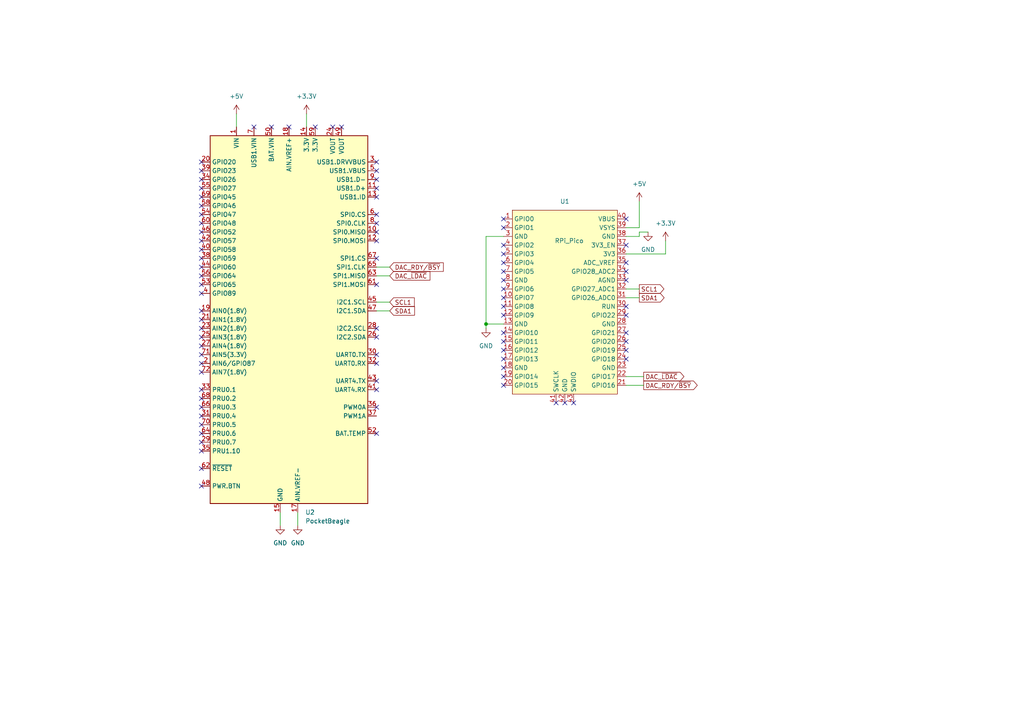
<source format=kicad_sch>
(kicad_sch (version 20230121) (generator eeschema)
  (paper "A4")
  (lib_symbols
    (symbol "MCU_Module:PocketBeagle"
      (property "Reference" "U" (at -22.86 -54.61 0))
      (property "Value" "PocketBeagle" (at 22.86 -54.61 0))
      (symbol "PocketBeagle_0_1"
        (rectangle (start -22.86 53.34) (end 22.86 -53.34) (stroke (width 0.254)) (fill (type background)))
      )
      (symbol "PocketBeagle_1_1"
        (pin power_in line (at -15.24 55.88 270) (length 2.54) (name "VIN") (number "1"))
        (pin bidirectional line (at 25.4 25.4 180) (length 2.54) (name "SPI0.MISO") (number "10"))
        (pin bidirectional line (at 25.4 38.1 180) (length 2.54) (name "USB1.D+") (number "11"))
        (pin bidirectional line (at 25.4 22.86 180) (length 2.54) (name "SPI0.MOSI") (number "12"))
        (pin input line (at 25.4 35.56 180) (length 2.54) (name "USB1.ID") (number "13"))
        (pin power_out line (at 5.08 55.88 270) (length 2.54) (name "3.3V") (number "14"))
        (pin power_in line (at -2.54 -55.88 90) (length 2.54) (name "GND") (number "15"))
        (pin passive line (at -2.54 -55.88 90) (length 2.54) hide (name "GND") (number "16"))
        (pin power_in line (at 2.54 -55.88 90) (length 2.54) (name "AIN.VREF-") (number "17"))
        (pin power_in line (at 0 55.88 270) (length 2.54) (name "AIN.VREF+") (number "18"))
        (pin input line (at -25.4 2.54 0) (length 2.54) (name "AIN0(1.8V)") (number "19"))
        (pin bidirectional line (at -25.4 -12.7 0) (length 2.54) (name "AIN6/GPIO87") (number "2"))
        (pin bidirectional line (at -25.4 45.72 0) (length 2.54) (name "GPIO20") (number "20"))
        (pin input line (at -25.4 0 0) (length 2.54) (name "AIN1(1.8V)") (number "21"))
        (pin passive line (at -2.54 -55.88 90) (length 2.54) hide (name "GND") (number "22"))
        (pin input line (at -25.4 -2.54 0) (length 2.54) (name "AIN2(1.8V)") (number "23"))
        (pin power_out line (at 12.7 55.88 270) (length 2.54) (name "VOUT") (number "24"))
        (pin input line (at -25.4 -5.08 0) (length 2.54) (name "AIN3(1.8V)") (number "25"))
        (pin bidirectional line (at 25.4 -5.08 180) (length 2.54) (name "I2C2.SDA") (number "26"))
        (pin input line (at -25.4 -7.62 0) (length 2.54) (name "AIN4(1.8V)") (number "27"))
        (pin bidirectional line (at 25.4 -2.54 180) (length 2.54) (name "I2C2.SCL") (number "28"))
        (pin bidirectional line (at -25.4 -35.56 0) (length 2.54) (name "PRU0.7") (number "29"))
        (pin output line (at 25.4 45.72 180) (length 2.54) (name "USB1.DRVVBUS") (number "3"))
        (pin bidirectional line (at 25.4 -10.16 180) (length 2.54) (name "UART0.TX") (number "30"))
        (pin bidirectional line (at -25.4 -27.94 0) (length 2.54) (name "PRU0.4") (number "31"))
        (pin bidirectional line (at 25.4 -12.7 180) (length 2.54) (name "UART0.RX") (number "32"))
        (pin bidirectional line (at -25.4 -20.32 0) (length 2.54) (name "PRU0.1") (number "33"))
        (pin bidirectional line (at -25.4 40.64 0) (length 2.54) (name "GPIO26") (number "34"))
        (pin bidirectional line (at -25.4 -38.1 0) (length 2.54) (name "PRU1.10") (number "35"))
        (pin bidirectional line (at 25.4 -25.4 180) (length 2.54) (name "PWM0A") (number "36"))
        (pin bidirectional line (at 25.4 -27.94 180) (length 2.54) (name "PWM1A") (number "37"))
        (pin bidirectional line (at -25.4 17.78 0) (length 2.54) (name "GPIO59") (number "38"))
        (pin bidirectional line (at -25.4 43.18 0) (length 2.54) (name "GPIO23") (number "39"))
        (pin bidirectional line (at -25.4 7.62 0) (length 2.54) (name "GPIO89") (number "4"))
        (pin bidirectional line (at -25.4 20.32 0) (length 2.54) (name "GPIO58") (number "40"))
        (pin bidirectional line (at 25.4 -20.32 180) (length 2.54) (name "UART4.RX") (number "41"))
        (pin bidirectional line (at -25.4 22.86 0) (length 2.54) (name "GPIO57") (number "42"))
        (pin bidirectional line (at 25.4 -17.78 180) (length 2.54) (name "UART4.TX") (number "43"))
        (pin bidirectional line (at -25.4 15.24 0) (length 2.54) (name "GPIO60") (number "44"))
        (pin bidirectional line (at 25.4 5.08 180) (length 2.54) (name "I2C1.SCL") (number "45"))
        (pin bidirectional line (at -25.4 25.4 0) (length 2.54) (name "GPIO52") (number "46"))
        (pin bidirectional line (at 25.4 2.54 180) (length 2.54) (name "I2C1.SDA") (number "47"))
        (pin input line (at -25.4 -48.26 0) (length 2.54) (name "PWR.BTN") (number "48"))
        (pin power_out line (at 15.24 55.88 270) (length 2.54) (name "VOUT") (number "49"))
        (pin input line (at 25.4 43.18 180) (length 2.54) (name "USB1.VBUS") (number "5"))
        (pin power_in line (at -5.08 55.88 270) (length 2.54) (name "BAT.VIN") (number "50"))
        (pin passive line (at -2.54 -55.88 90) (length 2.54) hide (name "GND") (number "51"))
        (pin passive line (at 25.4 -33.02 180) (length 2.54) (name "BAT.TEMP") (number "52"))
        (pin bidirectional line (at -25.4 10.16 0) (length 2.54) (name "GPIO65") (number "53"))
        (pin bidirectional line (at -25.4 30.48 0) (length 2.54) (name "GPIO47") (number "54"))
        (pin bidirectional line (at -25.4 38.1 0) (length 2.54) (name "GPIO27") (number "55"))
        (pin bidirectional line (at -25.4 12.7 0) (length 2.54) (name "GPIO64") (number "56"))
        (pin passive line (at -2.54 -55.88 90) (length 2.54) hide (name "GND") (number "57"))
        (pin bidirectional line (at -25.4 33.02 0) (length 2.54) (name "GPIO46") (number "58"))
        (pin power_out line (at 7.62 55.88 270) (length 2.54) (name "3.3V") (number "59"))
        (pin bidirectional line (at 25.4 30.48 180) (length 2.54) (name "SPI0.CS") (number "6"))
        (pin bidirectional line (at -25.4 27.94 0) (length 2.54) (name "GPIO48") (number "60"))
        (pin bidirectional line (at 25.4 10.16 180) (length 2.54) (name "SPI1.MOSI") (number "61"))
        (pin input line (at -25.4 -43.18 0) (length 2.54) (name "~{RESET}") (number "62"))
        (pin bidirectional line (at 25.4 12.7 180) (length 2.54) (name "SPI1.MISO") (number "63"))
        (pin bidirectional line (at -25.4 -33.02 0) (length 2.54) (name "PRU0.6") (number "64"))
        (pin bidirectional line (at 25.4 15.24 180) (length 2.54) (name "SPI1.CLK") (number "65"))
        (pin bidirectional line (at -25.4 -25.4 0) (length 2.54) (name "PRU0.3") (number "66"))
        (pin bidirectional line (at 25.4 17.78 180) (length 2.54) (name "SPI1.CS") (number "67"))
        (pin bidirectional line (at -25.4 -22.86 0) (length 2.54) (name "PRU0.2") (number "68"))
        (pin bidirectional line (at -25.4 35.56 0) (length 2.54) (name "GPIO45") (number "69"))
        (pin power_in line (at -10.16 55.88 270) (length 2.54) (name "USB1.VIN") (number "7"))
        (pin bidirectional line (at -25.4 -30.48 0) (length 2.54) (name "PRU0.5") (number "70"))
        (pin input line (at -25.4 -10.16 0) (length 2.54) (name "AIN5(3.3V)") (number "71"))
        (pin input line (at -25.4 -15.24 0) (length 2.54) (name "AIN7(1.8V)") (number "72"))
        (pin bidirectional line (at 25.4 27.94 180) (length 2.54) (name "SPI0.CLK") (number "8"))
        (pin bidirectional line (at 25.4 40.64 180) (length 2.54) (name "USB1.D-") (number "9"))
      )
    )
    (symbol "oresat-misc:Raspberry_Pi_Pico"
      (property "Reference" "U" (at 0 27.94 0))
      (property "Value" "RPi_Pico" (at 2.54 17.78 0))
      (symbol "Raspberry_Pi_Pico_0_1"
        (rectangle (start -13.97 26.67) (end 16.51 -26.67) (fill (type background)))
      )
      (symbol "Raspberry_Pi_Pico_1_1"
        (pin bidirectional line (at -16.51 24.13 0) (length 2.54) (name "GPIO0") (number "1"))
        (pin bidirectional line (at -16.51 1.27 0) (length 2.54) (name "GPIO7") (number "10"))
        (pin bidirectional line (at -16.51 -1.27 0) (length 2.54) (name "GPIO8") (number "11"))
        (pin bidirectional line (at -16.51 -3.81 0) (length 2.54) (name "GPIO9") (number "12"))
        (pin power_in line (at -16.51 -6.35 0) (length 2.54) (name "GND") (number "13"))
        (pin bidirectional line (at -16.51 -8.89 0) (length 2.54) (name "GPIO10") (number "14"))
        (pin bidirectional line (at -16.51 -11.43 0) (length 2.54) (name "GPIO11") (number "15"))
        (pin bidirectional line (at -16.51 -13.97 0) (length 2.54) (name "GPIO12") (number "16"))
        (pin bidirectional line (at -16.51 -16.51 0) (length 2.54) (name "GPIO13") (number "17"))
        (pin power_in line (at -16.51 -19.05 0) (length 2.54) (name "GND") (number "18"))
        (pin bidirectional line (at -16.51 -21.59 0) (length 2.54) (name "GPIO14") (number "19"))
        (pin bidirectional line (at -16.51 21.59 0) (length 2.54) (name "GPIO1") (number "2"))
        (pin bidirectional line (at -16.51 -24.13 0) (length 2.54) (name "GPIO15") (number "20"))
        (pin bidirectional line (at 19.05 -24.13 180) (length 2.54) (name "GPIO16") (number "21"))
        (pin bidirectional line (at 19.05 -21.59 180) (length 2.54) (name "GPIO17") (number "22"))
        (pin power_in line (at 19.05 -19.05 180) (length 2.54) (name "GND") (number "23"))
        (pin bidirectional line (at 19.05 -16.51 180) (length 2.54) (name "GPIO18") (number "24"))
        (pin bidirectional line (at 19.05 -13.97 180) (length 2.54) (name "GPIO19") (number "25"))
        (pin bidirectional line (at 19.05 -11.43 180) (length 2.54) (name "GPIO20") (number "26"))
        (pin bidirectional line (at 19.05 -8.89 180) (length 2.54) (name "GPIO21") (number "27"))
        (pin power_in line (at 19.05 -6.35 180) (length 2.54) (name "GND") (number "28"))
        (pin bidirectional line (at 19.05 -3.81 180) (length 2.54) (name "GPIO22") (number "29"))
        (pin power_in line (at -16.51 19.05 0) (length 2.54) (name "GND") (number "3"))
        (pin input line (at 19.05 -1.27 180) (length 2.54) (name "RUN") (number "30"))
        (pin bidirectional line (at 19.05 1.27 180) (length 2.54) (name "GPIO26_ADC0") (number "31"))
        (pin bidirectional line (at 19.05 3.81 180) (length 2.54) (name "GPIO27_ADC1") (number "32"))
        (pin power_in line (at 19.05 6.35 180) (length 2.54) (name "AGND") (number "33"))
        (pin bidirectional line (at 19.05 8.89 180) (length 2.54) (name "GPIO28_ADC2") (number "34"))
        (pin unspecified line (at 19.05 11.43 180) (length 2.54) (name "ADC_VREF") (number "35"))
        (pin unspecified line (at 19.05 13.97 180) (length 2.54) (name "3V3") (number "36"))
        (pin input line (at 19.05 16.51 180) (length 2.54) (name "3V3_EN") (number "37"))
        (pin bidirectional line (at 19.05 19.05 180) (length 2.54) (name "GND") (number "38"))
        (pin unspecified line (at 19.05 21.59 180) (length 2.54) (name "VSYS") (number "39"))
        (pin bidirectional line (at -16.51 16.51 0) (length 2.54) (name "GPIO2") (number "4"))
        (pin unspecified line (at 19.05 24.13 180) (length 2.54) (name "VBUS") (number "40"))
        (pin input line (at -1.27 -29.21 90) (length 2.54) (name "SWCLK") (number "41"))
        (pin power_in line (at 1.27 -29.21 90) (length 2.54) (name "GND") (number "42"))
        (pin bidirectional line (at 3.81 -29.21 90) (length 2.54) (name "SWDIO") (number "43"))
        (pin bidirectional line (at -16.51 13.97 0) (length 2.54) (name "GPIO3") (number "5"))
        (pin bidirectional line (at -16.51 11.43 0) (length 2.54) (name "GPIO4") (number "6"))
        (pin bidirectional line (at -16.51 8.89 0) (length 2.54) (name "GPIO5") (number "7"))
        (pin power_in line (at -16.51 6.35 0) (length 2.54) (name "GND") (number "8"))
        (pin bidirectional line (at -16.51 3.81 0) (length 2.54) (name "GPIO6") (number "9"))
      )
    )
    (symbol "power:+3.3V" (power) (pin_names (offset 0))
      (property "Value" "+3.3V" (at 0 3.556 0))
      (symbol "+3.3V_0_1"
        (polyline (pts (xy -0.762 1.27) (xy 0 2.54)))
        (polyline (pts (xy 0 0) (xy 0 2.54)))
        (polyline (pts (xy 0 2.54) (xy 0.762 1.27)))
      )
      (symbol "+3.3V_1_1"
        (pin power_in line (at 0 0 90) (length 0) hide (name "+3.3V") (number "1"))
      )
    )
    (symbol "power:+5V" (power) (pin_names (offset 0))
      (property "Value" "+5V" (at 0 3.556 0))
      (symbol "+5V_0_1"
        (polyline (pts (xy -0.762 1.27) (xy 0 2.54)))
        (polyline (pts (xy 0 0) (xy 0 2.54)))
        (polyline (pts (xy 0 2.54) (xy 0.762 1.27)))
      )
      (symbol "+5V_1_1"
        (pin power_in line (at 0 0 90) (length 0) hide (name "+5V") (number "1"))
      )
    )
    (symbol "power:GND" (power) (pin_names (offset 0))
      (property "Value" "GND" (at 0 -3.81 0))
      (symbol "GND_0_1"
        (polyline (pts (xy 0 0) (xy 0 -1.27) (xy 1.27 -1.27) (xy 0 -2.54) (xy -1.27 -1.27) (xy 0 -1.27)))
      )
      (symbol "GND_1_1"
        (pin power_in line (at 0 0 270) (length 0) hide (name "GND") (number "1"))
      )
    )
  )
  (junction (at 140.97 93.98))
  (no_connect (at 58.42 77.47))
  (no_connect (at 58.42 72.39))
  (no_connect (at 58.42 107.95))
  (no_connect (at 181.61 96.52))
  (no_connect (at 163.83 116.84))
  (no_connect (at 146.05 91.44))
  (no_connect (at 58.42 102.87))
  (no_connect (at 146.05 86.36))
  (no_connect (at 109.22 46.99))
  (no_connect (at 58.42 46.99))
  (no_connect (at 58.42 135.89))
  (no_connect (at 146.05 63.5))
  (no_connect (at 146.05 81.28))
  (no_connect (at 109.22 62.23))
  (no_connect (at 109.22 110.49))
  (no_connect (at 146.05 101.6))
  (no_connect (at 58.42 115.57))
  (no_connect (at 109.22 95.25))
  (no_connect (at 58.42 67.31))
  (no_connect (at 146.05 76.2))
  (no_connect (at 109.22 69.85))
  (no_connect (at 58.42 52.07))
  (no_connect (at 91.44 36.83))
  (no_connect (at 109.22 113.03))
  (no_connect (at 58.42 95.25))
  (no_connect (at 78.74 36.83))
  (no_connect (at 58.42 82.55))
  (no_connect (at 58.42 113.03))
  (no_connect (at 109.22 125.73))
  (no_connect (at 109.22 67.31))
  (no_connect (at 58.42 62.23))
  (no_connect (at 146.05 88.9))
  (no_connect (at 58.42 105.41))
  (no_connect (at 181.61 88.9))
  (no_connect (at 146.05 104.14))
  (no_connect (at 58.42 49.53))
  (no_connect (at 146.05 96.52))
  (no_connect (at 109.22 49.53))
  (no_connect (at 58.42 118.11))
  (no_connect (at 181.61 91.44))
  (no_connect (at 109.22 54.61))
  (no_connect (at 146.05 71.12))
  (no_connect (at 58.42 92.71))
  (no_connect (at 146.05 99.06))
  (no_connect (at 99.06 36.83))
  (no_connect (at 181.61 78.74))
  (no_connect (at 58.42 80.01))
  (no_connect (at 109.22 97.79))
  (no_connect (at 146.05 111.76))
  (no_connect (at 58.42 59.69))
  (no_connect (at 181.61 81.28))
  (no_connect (at 181.61 104.14))
  (no_connect (at 146.05 106.68))
  (no_connect (at 58.42 74.93))
  (no_connect (at 58.42 90.17))
  (no_connect (at 58.42 100.33))
  (no_connect (at 73.66 36.83))
  (no_connect (at 109.22 102.87))
  (no_connect (at 181.61 63.5))
  (no_connect (at 166.37 116.84))
  (no_connect (at 58.42 85.09))
  (no_connect (at 58.42 123.19))
  (no_connect (at 109.22 74.93))
  (no_connect (at 83.82 36.83))
  (no_connect (at 109.22 57.15))
  (no_connect (at 58.42 130.81))
  (no_connect (at 181.61 99.06))
  (no_connect (at 58.42 69.85))
  (no_connect (at 58.42 97.79))
  (no_connect (at 109.22 52.07))
  (no_connect (at 146.05 83.82))
  (no_connect (at 58.42 125.73))
  (no_connect (at 181.61 101.6))
  (no_connect (at 58.42 128.27))
  (no_connect (at 146.05 66.04))
  (no_connect (at 96.52 36.83))
  (no_connect (at 58.42 57.15))
  (no_connect (at 58.42 64.77))
  (no_connect (at 109.22 82.55))
  (no_connect (at 109.22 64.77))
  (no_connect (at 146.05 78.74))
  (no_connect (at 181.61 71.12))
  (no_connect (at 146.05 73.66))
  (no_connect (at 58.42 54.61))
  (no_connect (at 146.05 109.22))
  (no_connect (at 161.29 116.84))
  (no_connect (at 58.42 120.65))
  (no_connect (at 58.42 140.97))
  (no_connect (at 181.61 76.2))
  (no_connect (at 109.22 118.11))
  (no_connect (at 109.22 105.41))
  (wire (pts (xy 185.42 83.82) (xy 181.61 83.82)))
  (wire (pts (xy 113.03 80.01) (xy 109.22 80.01)))
  (wire (pts (xy 113.03 90.17) (xy 109.22 90.17)))
  (wire (pts (xy 185.42 66.04) (xy 185.42 58.42)))
  (wire (pts (xy 181.61 111.76) (xy 186.69 111.76)))
  (wire (pts (xy 185.42 68.58) (xy 181.61 68.58)))
  (wire (pts (xy 113.03 77.47) (xy 109.22 77.47)))
  (wire (pts (xy 81.28 148.59) (xy 81.28 152.4)))
  (wire (pts (xy 181.61 73.66) (xy 193.04 73.66)))
  (wire (pts (xy 181.61 66.04) (xy 185.42 66.04)))
  (wire (pts (xy 185.42 86.36) (xy 181.61 86.36)))
  (wire (pts (xy 181.61 109.22) (xy 186.69 109.22)))
  (wire (pts (xy 185.42 67.31) (xy 187.96 67.31)))
  (wire (pts (xy 185.42 67.31) (xy 185.42 68.58)))
  (wire (pts (xy 113.03 87.63) (xy 109.22 87.63)))
  (wire (pts (xy 193.04 73.66) (xy 193.04 69.85)))
  (wire (pts (xy 140.97 93.98) (xy 146.05 93.98)))
  (wire (pts (xy 86.36 148.59) (xy 86.36 152.4)))
  (wire (pts (xy 146.05 68.58) (xy 140.97 68.58)))
  (wire (pts (xy 88.9 33.02) (xy 88.9 36.83)))
  (wire (pts (xy 140.97 95.25) (xy 140.97 93.98)))
  (wire (pts (xy 140.97 68.58) (xy 140.97 93.98)))
  (wire (pts (xy 68.58 33.02) (xy 68.58 36.83)))
  (global_label "DAC_~{LDAC}" (shape output) (at 186.69 109.22 0) (property "Intersheetrefs" "${INTERSHEET_REFS}" (effects hide)))
  (global_label "DAC_RDY{slash}~{BSY}" (shape input) (at 113.03 77.47 0) (property "Intersheetrefs" "${INTERSHEET_REFS}" (effects hide)))
  (global_label "SCL1" (shape output) (at 185.42 83.82 0) (property "Intersheetrefs" "${INTERSHEET_REFS}" (effects hide)))
  (global_label "SDA1" (shape input) (at 113.03 90.17 0) (property "Intersheetrefs" "${INTERSHEET_REFS}" (effects hide)))
  (global_label "DAC_RDY{slash}~{BSY}" (shape output) (at 186.69 111.76 0) (property "Intersheetrefs" "${INTERSHEET_REFS}" (effects hide)))
  (global_label "DAC_~{LDAC}" (shape input) (at 113.03 80.01 0) (property "Intersheetrefs" "${INTERSHEET_REFS}" (effects hide)))
  (global_label "SDA1" (shape output) (at 185.42 86.36 0) (property "Intersheetrefs" "${INTERSHEET_REFS}" (effects hide)))
  (global_label "SCL1" (shape input) (at 113.03 87.63 0) (property "Intersheetrefs" "${INTERSHEET_REFS}" (effects hide)))
  (symbol (lib_id "power:GND") (at 140.97 95.25 0) (unit 1)
    (property "Reference" "#PWR07" (effects hide))
    (property "Value" "GND" (at 140.97 100.33 0))
  )
  (symbol (lib_id "power:+5V") (at 68.58 33.02 0) (unit 1)
    (property "Reference" "#PWR01" (effects hide))
    (property "Value" "+5V" (at 68.58 27.94 0))
  )
  (symbol (lib_id "power:+5V") (at 185.42 58.42 0) (unit 1)
    (property "Reference" "#PWR05" (effects hide))
    (property "Value" "+5V" (at 185.42 53.34 0))
  )
  (symbol (lib_id "oresat-misc:Raspberry_Pi_Pico") (at 162.56 87.63 0) (unit 1)
    (property "Reference" "U1" (at 163.83 58.42 0))
    (property "Value" "RPi_Pico" (at 165.1 69.85 0))
    (property "Footprint" "oresat-misc:RPi_Pico_TH" (effects hide))
    (property "Datasheet" "https://datasheets.raspberrypi.com/pico/pico-datasheet.pdf?_gl=1*xp7iih*_ga*MTgxOTgwNDgwMi4xNzA2MDU0MzY3*_ga_22FD70LWDS*MTcwNjA1NDM2Ny4xLjEuMTcwNjA1NDYyOC4wLjAuMA.." (effects hide))
  )
  (symbol (lib_id "power:GND") (at 81.28 152.4 0) (unit 1)
    (property "Reference" "#PWR03" (effects hide))
    (property "Value" "GND" (at 81.28 157.48 0))
  )
  (symbol (lib_id "power:GND") (at 86.36 152.4 0) (unit 1)
    (property "Reference" "#PWR04" (effects hide))
    (property "Value" "GND" (at 86.36 157.48 0))
  )
  (symbol (lib_id "MCU_Module:PocketBeagle") (at 83.82 92.71 0) (unit 1)
    (property "Reference" "U2" (at 88.5541 148.59 0) (effects (justify left)))
    (property "Value" "PocketBeagle" (at 88.5541 151.13 0) (effects (justify left)))
    (property "Footprint" "Module:BeagleBoard_PocketBeagle" (effects hide))
    (property "Datasheet" "https://github.com/beagleboard/pocketbeagle/wiki/System-Reference-Manual" (effects hide))
  )
  (symbol (lib_id "power:+3.3V") (at 193.04 69.85 0) (unit 1)
    (property "Reference" "#PWR06" (effects hide))
    (property "Value" "+3.3V" (at 193.04 64.77 0))
  )
  (symbol (lib_id "power:GND") (at 187.96 67.31 0) (unit 1)
    (property "Reference" "#PWR08" (effects hide))
    (property "Value" "GND" (at 187.96 72.39 0))
  )
  (symbol (lib_id "power:+3.3V") (at 88.9 33.02 0) (unit 1)
    (property "Reference" "#PWR02" (effects hide))
    (property "Value" "+3.3V" (at 88.9 27.94 0))
  )
)
</source>
